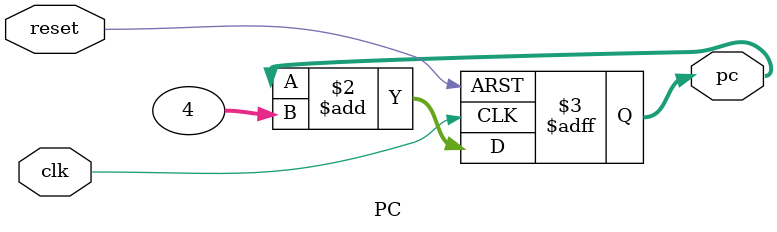
<source format=v>
module PC (
  input wire clk,
  input wire reset,
  output reg [31:0] pc
);

  always @(posedge clk or posedge reset) begin
    if (reset)
      pc <= 32'h0;
    else
      pc <= pc + 32'h4;
  end

endmodule
</source>
